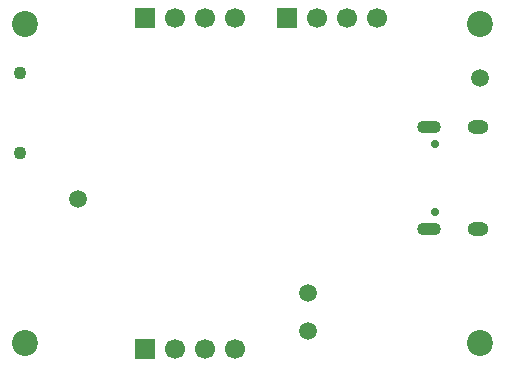
<source format=gbr>
%TF.GenerationSoftware,KiCad,Pcbnew,9.0.3*%
%TF.CreationDate,2025-08-26T21:56:11+08:00*%
%TF.ProjectId,firstm32,66697273-746d-4333-922e-6b696361645f,rev?*%
%TF.SameCoordinates,Original*%
%TF.FileFunction,Soldermask,Bot*%
%TF.FilePolarity,Negative*%
%FSLAX46Y46*%
G04 Gerber Fmt 4.6, Leading zero omitted, Abs format (unit mm)*
G04 Created by KiCad (PCBNEW 9.0.3) date 2025-08-26 21:56:11*
%MOMM*%
%LPD*%
G01*
G04 APERTURE LIST*
%ADD10C,0.700000*%
%ADD11O,2.000000X1.100000*%
%ADD12O,1.800000X1.200000*%
%ADD13C,2.200000*%
%ADD14C,1.500000*%
%ADD15R,1.700000X1.700000*%
%ADD16C,1.700000*%
%ADD17C,1.100000*%
G04 APERTURE END LIST*
D10*
%TO.C,J1*%
X163200000Y-107390000D03*
X163200000Y-101610000D03*
D11*
X162670000Y-108820000D03*
D12*
X166880000Y-108820000D03*
D11*
X162670000Y-100180000D03*
D12*
X166880000Y-100180000D03*
%TD*%
D13*
%TO.C,H2*%
X167000000Y-91500000D03*
%TD*%
%TO.C,H4*%
X128500000Y-118500000D03*
%TD*%
D14*
%TO.C,TP4*%
X167000000Y-96000000D03*
%TD*%
D15*
%TO.C,J2*%
X150690000Y-91000000D03*
D16*
X153230000Y-91000000D03*
X155770000Y-91000000D03*
X158310000Y-91000000D03*
%TD*%
D15*
%TO.C,J4*%
X138690000Y-119000000D03*
D16*
X141230000Y-119000000D03*
X143770000Y-119000000D03*
X146310000Y-119000000D03*
%TD*%
D14*
%TO.C,TP2*%
X152500000Y-117500000D03*
%TD*%
D17*
%TO.C,SW1*%
X128042500Y-102400000D03*
X128042500Y-95600000D03*
%TD*%
D13*
%TO.C,H3*%
X167000000Y-118500000D03*
%TD*%
%TO.C,H1*%
X128500000Y-91500000D03*
%TD*%
D14*
%TO.C,TP1*%
X133000000Y-106250000D03*
%TD*%
%TO.C,TP3*%
X152500000Y-114250000D03*
%TD*%
D15*
%TO.C,J3*%
X138690000Y-91000000D03*
D16*
X141230000Y-91000000D03*
X143770000Y-91000000D03*
X146310000Y-91000000D03*
%TD*%
M02*

</source>
